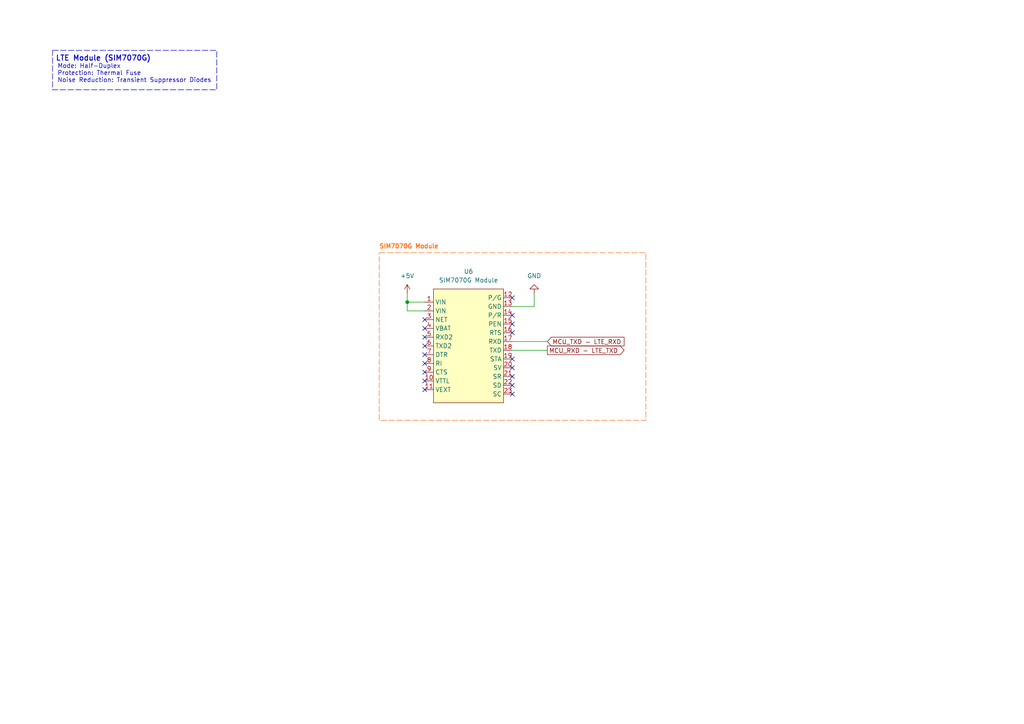
<source format=kicad_sch>
(kicad_sch (version 20250114) (generator "eeschema") (generator_version "9.0")
  (paper "A4")
  (title_block (title "ATL-100 (Multiparametric Station)") (date "2025-06-01") (rev "v0.2.0") (company "AgroTechLab (Agribusiness Technology Development Laboratory)") (comment 1 "IFSC (Federal Institute of Santa Catarina)") (comment 2 "Author: Robson Costa (robson.costa@ifsc.edu.br)") (comment 3 "Licensed under CC-BY-SA 4.0") (comment 4 "LTE Module (SIM7070G)"))
  (lib_symbols
    (symbol "AgroTechLab:SIM7070G Module"
      (property "Reference" "U" (at -9.398 17.526 0))
      (property "Value" "SIM7070G Module" (at 1.016 -18.034 0))
      (symbol "SIM7070G Module_1_1"
        (rectangle (start -10.16 16.51) (end 10.16 -16.51) (fill (type background)))
        (pin power_in line (at -12.7 12.7 0) (length 2.54) (name "VIN") (number "1"))
        (pin power_in line (at -12.7 10.16 0) (length 2.54) (name "VIN") (number "2"))
        (pin bidirectional line (at -12.7 7.62 0) (length 2.54) (name "NET") (number "3"))
        (pin power_in line (at -12.7 5.08 0) (length 2.54) (name "VBAT") (number "4"))
        (pin bidirectional line (at -12.7 2.54 0) (length 2.54) (name "RXD2") (number "5"))
        (pin bidirectional line (at -12.7 0 0) (length 2.54) (name "TXD2") (number "6"))
        (pin bidirectional line (at -12.7 -2.54 0) (length 2.54) (name "DTR") (number "7"))
        (pin bidirectional line (at -12.7 -5.08 0) (length 2.54) (name "RI") (number "8"))
        (pin bidirectional line (at -12.7 -7.62 0) (length 2.54) (name "CTS") (number "9"))
        (pin bidirectional line (at -12.7 -10.16 0) (length 2.54) (name "VTTL") (number "10"))
        (pin power_out line (at -12.7 -12.7 0) (length 2.54) (name "VEXT") (number "11"))
        (pin power_in line (at 12.7 13.97 180) (length 2.54) (name "P/G") (number "12"))
        (pin power_in line (at 12.7 11.43 180) (length 2.54) (name "GND") (number "13"))
        (pin bidirectional line (at 12.7 8.89 180) (length 2.54) (name "P/R") (number "14"))
        (pin bidirectional line (at 12.7 6.35 180) (length 2.54) (name "PEN") (number "15"))
        (pin bidirectional line (at 12.7 3.81 180) (length 2.54) (name "RTS") (number "16"))
        (pin bidirectional line (at 12.7 1.27 180) (length 2.54) (name "RXD") (number "17"))
        (pin bidirectional line (at 12.7 -1.27 180) (length 2.54) (name "TXD") (number "18"))
        (pin bidirectional line (at 12.7 -3.81 180) (length 2.54) (name "STA") (number "19"))
        (pin bidirectional line (at 12.7 -6.35 180) (length 2.54) (name "SV") (number "20"))
        (pin bidirectional line (at 12.7 -8.89 180) (length 2.54) (name "SR") (number "21"))
        (pin bidirectional line (at 12.7 -11.43 180) (length 2.54) (name "SD") (number "22"))
        (pin bidirectional line (at 12.7 -13.97 180) (length 2.54) (name "SC") (number "23"))
      )
    )
    (symbol "power:+5V" (power) (pin_numbers (hide yes)) (pin_names (offset 0) (hide yes))
      (property "Value" "+5V" (at 0 3.556 0))
      (symbol "+5V_0_1"
        (polyline (pts (xy -0.762 1.27) (xy 0 2.54)))
        (polyline (pts (xy 0 2.54) (xy 0.762 1.27)))
        (polyline (pts (xy 0 0) (xy 0 2.54)))
      )
      (symbol "+5V_1_1"
        (pin power_in line (at 0 0 90) (length 0) (name "~") (number "1"))
      )
    )
    (symbol "power:GND" (power) (pin_numbers (hide yes)) (pin_names (offset 0) (hide yes))
      (property "Value" "GND" (at 0 -3.81 0))
      (symbol "GND_0_1"
        (polyline (pts (xy 0 0) (xy 0 -1.27) (xy 1.27 -1.27) (xy 0 -2.54) (xy -1.27 -1.27) (xy 0 -1.27)))
      )
      (symbol "GND_1_1"
        (pin power_in line (at 0 0 270) (length 0) (name "~") (number "1"))
      )
    )
  )
  (rectangle (start 15.24 14.605) (end 62.865 26.035) (stroke (width 0) (type dash)))
  (rectangle (start 109.982 73.279) (end 187.325 121.92) (stroke (width 0) (type dash) (color 255 114 26 1)))
  (text "LTE Module (SIM7070G)" (at 29.972 17.018 0) (effects (font (size 1.524 1.524) (thickness 0.254) (bold yes))))
  (text "SIM7070G Module" (at 118.618 71.628 0) (effects (font (size 1.27 1.27) (thickness 0.254) (bold yes))))
  (text "Mode: Half-Duplex\nProtection: Thermal Fuse\nNoise Reduction: Transient Suppressor Diodes" (at 16.637 21.336 0) (effects (font (size 1.27 1.27)) (justify left)))
  (junction (at 118.11 87.63))
  (no_connect (at 123.19 105.41))
  (no_connect (at 148.59 104.14))
  (no_connect (at 148.59 114.3))
  (no_connect (at 148.59 109.22))
  (no_connect (at 148.59 106.68))
  (no_connect (at 123.19 92.71))
  (no_connect (at 123.19 97.79))
  (no_connect (at 123.19 110.49))
  (no_connect (at 148.59 96.52))
  (no_connect (at 123.19 113.03))
  (no_connect (at 123.19 100.33))
  (no_connect (at 148.59 86.36))
  (no_connect (at 148.59 93.98))
  (no_connect (at 123.19 95.25))
  (no_connect (at 148.59 111.76))
  (no_connect (at 123.19 107.95))
  (no_connect (at 148.59 91.44))
  (no_connect (at 123.19 102.87))
  (wire (pts (xy 148.59 99.06) (xy 158.75 99.06)))
  (wire (pts (xy 148.59 88.9) (xy 154.94 88.9)))
  (wire (pts (xy 118.11 90.17) (xy 118.11 87.63)))
  (wire (pts (xy 123.19 90.17) (xy 118.11 90.17)))
  (wire (pts (xy 154.94 85.09) (xy 154.94 88.9)))
  (wire (pts (xy 118.11 85.09) (xy 118.11 87.63)))
  (wire (pts (xy 118.11 87.63) (xy 123.19 87.63)))
  (wire (pts (xy 148.59 101.6) (xy 158.75 101.6)))
  (global_label "MCU_TXD - LTE_RXD" (shape input) (at 158.75 99.06 0) (property "Intersheetrefs" "${INTERSHEET_REFS}" (effects (hide yes))))
  (global_label "MCU_RXD - LTE_TXD" (shape output) (at 158.75 101.6 0) (property "Intersheetrefs" "${INTERSHEET_REFS}" (effects (hide yes))))
  (symbol (lib_id "power:GND") (at 154.94 85.09 180) (unit 1)
    (property "Reference" "#PWR045" (effects (hide yes)))
    (property "Value" "GND" (at 154.94 80.01 0))
    (property "Description" "Power symbol creates a global label with name \"GND\" , ground" (effects (hide yes)))
  )
  (symbol (lib_id "AgroTechLab:SIM7070G Module") (at 135.89 100.33 0) (unit 1)
    (property "Reference" "U6" (at 135.89 78.74 0))
    (property "Value" "SIM7070G Module" (at 135.89 81.28 0))
    (property "Footprint" "AgroTechLab:SIM7070G Module" (effects (hide yes)))
    (property "Description" "LTE SIM7070G Module" (effects (hide yes)))
    (property "Manufacturer" "OEM" (effects (hide yes)))
    (property "Part Number" "OEM" (effects (hide yes)))
  )
  (symbol (lib_id "power:+5V") (at 118.11 85.09 0) (unit 1)
    (property "Reference" "#PWR044" (effects (hide yes)))
    (property "Value" "+5V" (at 118.11 80.01 0))
    (property "Description" "Power symbol creates a global label with name \"+5V\"" (effects (hide yes)))
  )
)
</source>
